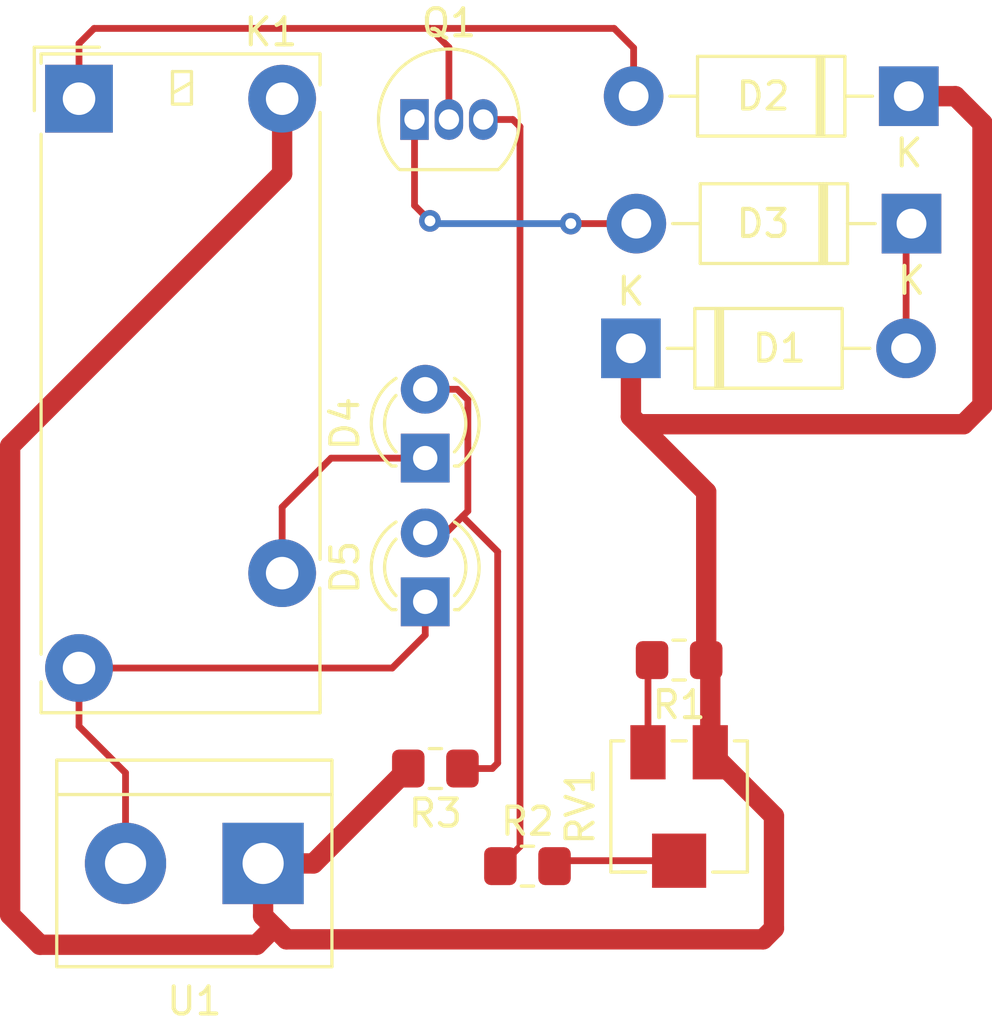
<source format=kicad_pcb>
(kicad_pcb (version 20211014) (generator pcbnew)
  (layers (0 "F.Cu" signal) (31 "B.Cu" signal) (34 "B.Paste" user) (35 "F.Paste" user) (36 "B.SilkS" user "B.Silkscreen") (37 "F.SilkS" user "F.Silkscreen") (38 "B.Mask" user) (39 "F.Mask" user) (44 "Edge.Cuts" user))
  (net 0 "")
  (net 1 "Earth")
  (net 2 "Net-(D1-Pad2)")
  (net 3 "Net-(D2-Pad2)")
  (net 4 "Net-(D3-Pad2)")
  (net 5 "Net-(D4-Pad1)")
  (net 6 "Net-(D4-Pad2)")
  (net 7 "Net-(D5-Pad1)")
  (net 8 "Net-(Q1-Pad3)")
  (net 9 "Net-(R1-Pad2)")
  (net 10 "Net-(R2-Pad2)")
  (footprint "Resistor_SMD:R_0805_2012Metric_Pad1.20x1.40mm_HandSolder" (layer "F.Cu") (at 134.3 97 180)
    (fp_text reference "R3" (at 0 -1.65) (layer "F.SilkS"))
    (fp_text value "1k")
    (fp_line (start -0.227064 -0.735) (end 0.227064 -0.735) (layer "F.SilkS") (width 0.12))
    (fp_line (start -0.227064 0.735) (end 0.227064 0.735) (layer "F.SilkS") (width 0.12))
    (pad "1" smd roundrect (at -1 0 180) (size 1.2 1.4) (layers "F.Cu" "F.Paste" "F.Mask") (roundrect_rratio 0.208333) (net 6 "Net-(D4-Pad2)"))
    (pad "2" smd roundrect (at 1 0 180) (size 1.2 1.4) (layers "F.Cu" "F.Paste" "F.Mask") (roundrect_rratio 0.208333) (net 1 "Earth"))
  )
  (footprint "Resistor_SMD:R_0805_2012Metric_Pad1.20x1.40mm_HandSolder" (layer "F.Cu") (at 143.3 93 180)
    (fp_text reference "R1" (at 0 -1.65) (layer "F.SilkS"))
    (fp_text value "10k")
    (fp_line (start -0.227064 -0.735) (end 0.227064 -0.735) (layer "F.SilkS") (width 0.12))
    (fp_line (start -0.227064 0.735) (end 0.227064 0.735) (layer "F.SilkS") (width 0.12))
    (pad "1" smd roundrect (at -1 0 180) (size 1.2 1.4) (layers "F.Cu" "F.Paste" "F.Mask") (roundrect_rratio 0.208333) (net 1 "Earth"))
    (pad "2" smd roundrect (at 1 0 180) (size 1.2 1.4) (layers "F.Cu" "F.Paste" "F.Mask") (roundrect_rratio 0.208333) (net 9 "Net-(R1-Pad2)"))
  )
  (footprint "LED_THT:LED_D3.0mm_FlatTop" (layer "F.Cu") (at 133.925 90.85 90)
    (fp_text reference "D5" (at 1.27 -2.96 90) (layer "F.SilkS"))
    (fp_text value "LED")
    (fp_line (start -0.29 1.08) (end -0.29 1.236) (layer "F.SilkS") (width 0.12))
    (fp_line (start -0.29 -1.236) (end -0.29 -1.08) (layer "F.SilkS") (width 0.12))
    (fp_arc (start 2.31113 1.079837) (mid 1.270117 1.5) (end 0.229039 1.08) (layer "F.SilkS") (width 0.12))
    (fp_arc (start 2.942335 1.078608) (mid 1.366487 1.987659) (end -0.29 1.235516) (layer "F.SilkS") (width 0.12))
    (fp_arc (start 0.229039 -1.08) (mid 1.270117 -1.5) (end 2.31113 -1.079837) (layer "F.SilkS") (width 0.12))
    (fp_arc (start -0.29 -1.235516) (mid 1.366487 -1.987659) (end 2.942335 -1.078608) (layer "F.SilkS") (width 0.12))
    (pad "1" thru_hole rect (at 0 0 90) (size 1.8 1.8) (drill 0.9) (layers *.Cu *.Mask) (net 7 "Net-(D5-Pad1)"))
    (pad "2" thru_hole circle (at 2.54 0 90) (size 1.8 1.8) (drill 0.9) (layers *.Cu *.Mask) (net 6 "Net-(D4-Pad2)"))
  )
  (footprint "LED_THT:LED_D3.0mm_FlatTop" (layer "F.Cu") (at 133.925 85.55 90)
    (fp_text reference "D4" (at 1.27 -2.96 90) (layer "F.SilkS"))
    (fp_text value "LED")
    (fp_line (start -0.29 -1.236) (end -0.29 -1.08) (layer "F.SilkS") (width 0.12))
    (fp_line (start -0.29 1.08) (end -0.29 1.236) (layer "F.SilkS") (width 0.12))
    (fp_arc (start 2.942335 1.078608) (mid 1.366487 1.987659) (end -0.29 1.235516) (layer "F.SilkS") (width 0.12))
    (fp_arc (start -0.29 -1.235516) (mid 1.366487 -1.987659) (end 2.942335 -1.078608) (layer "F.SilkS") (width 0.12))
    (fp_arc (start 2.31113 1.079837) (mid 1.270117 1.5) (end 0.229039 1.08) (layer "F.SilkS") (width 0.12))
    (fp_arc (start 0.229039 -1.08) (mid 1.270117 -1.5) (end 2.31113 -1.079837) (layer "F.SilkS") (width 0.12))
    (pad "1" thru_hole rect (at 0 0 90) (size 1.8 1.8) (drill 0.9) (layers *.Cu *.Mask) (net 5 "Net-(D4-Pad1)"))
    (pad "2" thru_hole circle (at 2.54 0 90) (size 1.8 1.8) (drill 0.9) (layers *.Cu *.Mask) (net 6 "Net-(D4-Pad2)"))
  )
  (footprint "Potentiometer_SMD:Potentiometer_Bourns_3224J_Horizontal" (layer "F.Cu") (at 143.3 98.4 90)
    (fp_text reference "RV1" (at 0 -3.65 90) (layer "F.SilkS"))
    (fp_text value "10k")
    (fp_line (start -2.42 -2.14) (end -2.42 -1.24) (layer "F.SilkS") (width 0.12))
    (fp_line (start -2.42 -2.14) (end -2.42 -2.14) (layer "F.SilkS") (width 0.12))
    (fp_line (start 2.42 -2.52) (end 2.42 -2.04) (layer "F.SilkS") (width 0.12))
    (fp_line (start -2.42 -2.14) (end -2.42 -1.24) (layer "F.SilkS") (width 0.12))
    (fp_line (start -2.42 -2.52) (end 2.42 -2.52) (layer "F.SilkS") (width 0.12))
    (fp_line (start -2.42 -2.52) (end -2.42 -1.24) (layer "F.SilkS") (width 0.12))
    (fp_line (start 2.42 2.04) (end 2.42 2.52) (layer "F.SilkS") (width 0.12))
    (fp_line (start -2.42 2.52) (end 2.42 2.52) (layer "F.SilkS") (width 0.12))
    (fp_line (start -2.42 1.24) (end -2.42 2.52) (layer "F.SilkS") (width 0.12))
    (fp_line (start 2.42 -0.26) (end 2.42 0.26) (layer "F.SilkS") (width 0.12))
    (pad "1" smd rect (at 2 -1.15 90) (size 2 1.3) (layers "F.Cu" "F.Paste" "F.Mask") (net 9 "Net-(R1-Pad2)"))
    (pad "2" smd rect (at -2 0 90) (size 2 2) (layers "F.Cu" "F.Paste" "F.Mask") (net 10 "Net-(R2-Pad2)"))
    (pad "3" smd rect (at 2 1.15 90) (size 2 1.3) (layers "F.Cu" "F.Paste" "F.Mask") (net 1 "Earth"))
  )
  (footprint "Diode_THT:D_DO-41_SOD81_P10.16mm_Horizontal" (layer "F.Cu") (at 151.78 72.2 180)
    (fp_text reference "D2" (at 5.38 0) (layer "F.SilkS"))
    (fp_text value "1N4007")
    (fp_text user "K" (at 0 -2.1) (layer "F.SilkS"))
    (fp_line (start 7.8 1.47) (end 7.8 -1.47) (layer "F.SilkS") (width 0.12))
    (fp_line (start 7.8 -1.47) (end 2.36 -1.47) (layer "F.SilkS") (width 0.12))
    (fp_line (start 3.38 -1.47) (end 3.38 1.47) (layer "F.SilkS") (width 0.12))
    (fp_line (start 2.36 -1.47) (end 2.36 1.47) (layer "F.SilkS") (width 0.12))
    (fp_line (start 3.14 -1.47) (end 3.14 1.47) (layer "F.SilkS") (width 0.12))
    (fp_line (start 8.82 0) (end 7.8 0) (layer "F.SilkS") (width 0.12))
    (fp_line (start 1.34 0) (end 2.36 0) (layer "F.SilkS") (width 0.12))
    (fp_line (start 2.36 1.47) (end 7.8 1.47) (layer "F.SilkS") (width 0.12))
    (fp_line (start 3.26 -1.47) (end 3.26 1.47) (layer "F.SilkS") (width 0.12))
    (pad "1" thru_hole rect (at 0 0 180) (size 2.2 2.2) (drill 1.1) (layers *.Cu *.Mask) (net 1 "Earth"))
    (pad "2" thru_hole oval (at 10.16 0 180) (size 2.2 2.2) (drill 1.1) (layers *.Cu *.Mask) (net 3 "Net-(D2-Pad2)"))
  )
  (footprint "TerminalBlock:TerminalBlock_bornier-2_P5.08mm" (layer "F.Cu") (at 127.94 100.5 180)
    (fp_text reference "U1" (at 2.54 -5.08) (layer "F.SilkS"))
    (fp_text value "Power_in")
    (fp_line (start 7.62 3.81) (end 7.62 -3.81) (layer "F.SilkS") (width 0.12))
    (fp_line (start -2.54 3.81) (end 7.62 3.81) (layer "F.SilkS") (width 0.12))
    (fp_line (start 7.62 2.54) (end -2.54 2.54) (layer "F.SilkS") (width 0.12))
    (fp_line (start 7.62 -3.81) (end -2.54 -3.81) (layer "F.SilkS") (width 0.12))
    (fp_line (start -2.54 -3.81) (end -2.54 3.81) (layer "F.SilkS") (width 0.12))
    (pad "1" thru_hole rect (at 0 0 180) (size 3 3) (drill 1.52) (layers *.Cu *.Mask) (net 1 "Earth"))
    (pad "2" thru_hole circle (at 5.08 0 180) (size 3 3) (drill 1.52) (layers *.Cu *.Mask) (net 7 "Net-(D5-Pad1)"))
  )
  (footprint "Resistor_SMD:R_0805_2012Metric_Pad1.20x1.40mm_HandSolder" (layer "F.Cu") (at 137.7 100.6)
    (fp_text reference "R2" (at 0 -1.65) (layer "F.SilkS"))
    (fp_text value "100")
    (fp_line (start -0.227064 -0.735) (end 0.227064 -0.735) (layer "F.SilkS") (width 0.12))
    (fp_line (start -0.227064 0.735) (end 0.227064 0.735) (layer "F.SilkS") (width 0.12))
    (pad "1" smd roundrect (at -1 0) (size 1.2 1.4) (layers "F.Cu" "F.Paste" "F.Mask") (roundrect_rratio 0.208333) (net 8 "Net-(Q1-Pad3)"))
    (pad "2" smd roundrect (at 1 0) (size 1.2 1.4) (layers "F.Cu" "F.Paste" "F.Mask") (roundrect_rratio 0.208333) (net 10 "Net-(R2-Pad2)"))
  )
  (footprint "Package_TO_SOT_THT:TO-92_Inline" (layer "F.Cu") (at 133.53 73.06)
    (fp_text reference "Q1" (at 1.27 -3.56) (layer "F.SilkS"))
    (fp_text value "2SC1815")
    (fp_line (start -0.53 1.85) (end 3.07 1.85) (layer "F.SilkS") (width 0.12))
    (fp_arc (start -0.568478 1.838478) (mid -1.132087 -0.994977) (end 1.27 -2.6) (layer "F.SilkS") (width 0.12))
    (fp_arc (start 1.27 -2.6) (mid 3.672087 -0.994977) (end 3.108478 1.838478) (layer "F.SilkS") (width 0.12))
    (pad "1" thru_hole rect (at 0 0) (size 1.05 1.5) (drill 0.75) (layers *.Cu *.Mask) (net 4 "Net-(D3-Pad2)"))
    (pad "2" thru_hole oval (at 1.27 0) (size 1.05 1.5) (drill 0.75) (layers *.Cu *.Mask) (net 3 "Net-(D2-Pad2)"))
    (pad "3" thru_hole oval (at 2.54 0) (size 1.05 1.5) (drill 0.75) (layers *.Cu *.Mask) (net 8 "Net-(Q1-Pad3)"))
  )
  (footprint "Diode_THT:D_DO-41_SOD81_P10.16mm_Horizontal" (layer "F.Cu") (at 141.52 81.5)
    (fp_text reference "D1" (at 5.48 0) (layer "F.SilkS"))
    (fp_text value "1N4007")
    (fp_text user "K" (at 0 -2.1) (layer "F.SilkS"))
    (fp_line (start 3.14 -1.47) (end 3.14 1.47) (layer "F.SilkS") (width 0.12))
    (fp_line (start 2.36 1.47) (end 7.8 1.47) (layer "F.SilkS") (width 0.12))
    (fp_line (start 8.82 0) (end 7.8 0) (layer "F.SilkS") (width 0.12))
    (fp_line (start 2.36 -1.47) (end 2.36 1.47) (layer "F.SilkS") (width 0.12))
    (fp_line (start 1.34 0) (end 2.36 0) (layer "F.SilkS") (width 0.12))
    (fp_line (start 3.38 -1.47) (end 3.38 1.47) (layer "F.SilkS") (width 0.12))
    (fp_line (start 7.8 1.47) (end 7.8 -1.47) (layer "F.SilkS") (width 0.12))
    (fp_line (start 7.8 -1.47) (end 2.36 -1.47) (layer "F.SilkS") (width 0.12))
    (fp_line (start 3.26 -1.47) (end 3.26 1.47) (layer "F.SilkS") (width 0.12))
    (pad "1" thru_hole rect (at 0 0) (size 2.2 2.2) (drill 1.1) (layers *.Cu *.Mask) (net 1 "Earth"))
    (pad "2" thru_hole oval (at 10.16 0) (size 2.2 2.2) (drill 1.1) (layers *.Cu *.Mask) (net 2 "Net-(D1-Pad2)"))
  )
  (footprint "Diode_THT:D_DO-41_SOD81_P10.16mm_Horizontal" (layer "F.Cu") (at 151.88 76.9 180)
    (fp_text reference "D3" (at 5.48 0) (layer "F.SilkS"))
    (fp_text value "1N4007")
    (fp_text user "K" (at 0 -2.1) (layer "F.SilkS"))
    (fp_line (start 7.8 1.47) (end 7.8 -1.47) (layer "F.SilkS") (width 0.12))
    (fp_line (start 2.36 -1.47) (end 2.36 1.47) (layer "F.SilkS") (width 0.12))
    (fp_line (start 3.38 -1.47) (end 3.38 1.47) (layer "F.SilkS") (width 0.12))
    (fp_line (start 7.8 -1.47) (end 2.36 -1.47) (layer "F.SilkS") (width 0.12))
    (fp_line (start 3.14 -1.47) (end 3.14 1.47) (layer "F.SilkS") (width 0.12))
    (fp_line (start 8.82 0) (end 7.8 0) (layer "F.SilkS") (width 0.12))
    (fp_line (start 1.34 0) (end 2.36 0) (layer "F.SilkS") (width 0.12))
    (fp_line (start 3.26 -1.47) (end 3.26 1.47) (layer "F.SilkS") (width 0.12))
    (fp_line (start 2.36 1.47) (end 7.8 1.47) (layer "F.SilkS") (width 0.12))
    (pad "1" thru_hole rect (at 0 0 180) (size 2.2 2.2) (drill 1.1) (layers *.Cu *.Mask) (net 2 "Net-(D1-Pad2)"))
    (pad "2" thru_hole oval (at 10.16 0 180) (size 2.2 2.2) (drill 1.1) (layers *.Cu *.Mask) (net 4 "Net-(D3-Pad2)"))
  )
  (footprint "Relay_THT:Relay_1P1T_NO_10x24x18.8mm_Panasonic_ADW11xxxxW_THT" (layer "F.Cu") (at 121.1425 72.2925)
    (fp_text reference "K1" (at 7.08 -2.46 180) (layer "F.SilkS"))
    (fp_text value "ADW11")
    (fp_line (start -1.65 -1.9) (end 0.75 -1.9) (layer "F.SilkS") (width 0.12))
    (fp_line (start 3.45 -0.2) (end 4.15 -0.6) (layer "F.SilkS") (width 0.12))
    (fp_line (start 8.89 18.05) (end 8.9 22.65) (layer "F.SilkS") (width 0.12))
    (fp_line (start -1.4 1.31) (end -1.4 20.49) (layer "F.SilkS") (width 0.12))
    (fp_line (start 4.15 0.2) (end 4.15 -1) (layer "F.SilkS") (width 0.12))
    (fp_line (start -1.4 -1.65) (end -1.4 -1.31) (layer "F.SilkS") (width 0.12))
    (fp_line (start 8.9 22.65) (end -1.4 22.65) (layer "F.SilkS") (width 0.12))
    (fp_line (start -1.4 22.65) (end -1.4 21.51) (layer "F.SilkS") (width 0.12))
    (fp_line (start -1.65 0.44) (end -1.65 -1.9) (layer "F.SilkS") (width 0.12))
    (fp_line (start 8.9 0.51) (end 8.9 16.99) (layer "F.SilkS") (width 0.12))
    (fp_line (start 8.9 -1.65) (end 8.9 -0.51) (layer "F.SilkS") (width 0.12))
    (fp_line (start 8.9 -1.65) (end -1.4 -1.65) (layer "F.SilkS") (width 0.12))
    (fp_line (start 3.45 -1) (end 3.45 0.2) (layer "F.SilkS") (width 0.12))
    (fp_line (start 4.15 -1) (end 3.45 -1) (layer "F.SilkS") (width 0.12))
    (fp_line (start 3.45 0.2) (end 4.15 0.2) (layer "F.SilkS") (width 0.12))
    (pad "1" thru_hole rect (at 0 0) (size 2.5 2.5) (drill 1.2) (layers *.Cu *.Mask) (net 3 "Net-(D2-Pad2)"))
    (pad "3" thru_hole oval (at 0 21) (size 2.5 2.5) (drill 1.2) (layers *.Cu *.Mask) (net 7 "Net-(D5-Pad1)"))
    (pad "5" thru_hole oval (at 7.5 17.5) (size 2.5 2.5) (drill 1.2) (layers *.Cu *.Mask) (net 5 "Net-(D4-Pad1)"))
    (pad "6" thru_hole oval (at 7.5 0) (size 2.5 2.5) (drill 1.2) (layers *.Cu *.Mask) (net 1 "Earth"))
  )
  (segment (start 153.5 72.2) (end 154.5 73.2) (width 0.75) (layer "F.Cu") (net 1))
  (segment (start 128.6425 72.2925) (end 128.6425 75.0575) (width 0.75) (layer "F.Cu") (net 1))
  (segment (start 146.8 102.9) (end 146.8 98.75) (width 0.75) (layer "F.Cu") (net 1))
  (segment (start 118.6 85.1) (end 118.6 102.4) (width 0.75) (layer "F.Cu") (net 1))
  (segment (start 146.8 98.75) (end 144.45 96.4) (width 0.75) (layer "F.Cu") (net 1))
  (segment (start 127.94 102.44) (end 128.35 102.85) (width 0.75) (layer "F.Cu") (net 1))
  (segment (start 118.6 102.4) (end 119.7 103.5) (width 0.75) (layer "F.Cu") (net 1))
  (segment (start 144.45 93.15) (end 144.3 93) (width 0.75) (layer "F.Cu") (net 1))
  (segment (start 146.4 103.3) (end 146.8 102.9) (width 0.75) (layer "F.Cu") (net 1))
  (segment (start 127.7 103.5) (end 128.35 102.85) (width 0.75) (layer "F.Cu") (net 1))
  (segment (start 141.8 84.3) (end 141.52 84.02) (width 0.75) (layer "F.Cu") (net 1))
  (segment (start 127.94 100.5) (end 127.94 102.44) (width 0.75) (layer "F.Cu") (net 1))
  (segment (start 128.6425 75.0575) (end 118.6 85.1) (width 0.75) (layer "F.Cu") (net 1))
  (segment (start 154.5 83.6) (end 153.8 84.3) (width 0.75) (layer "F.Cu") (net 1))
  (segment (start 154.5 73.2) (end 154.5 83.6) (width 0.75) (layer "F.Cu") (net 1))
  (segment (start 129.8 100.5) (end 133.3 97) (width 0.75) (layer "F.Cu") (net 1))
  (segment (start 119.7 103.5) (end 127.7 103.5) (width 0.75) (layer "F.Cu") (net 1))
  (segment (start 153.8 84.3) (end 141.8 84.3) (width 0.75) (layer "F.Cu") (net 1))
  (segment (start 141.52 84.02) (end 141.52 81.5) (width 0.75) (layer "F.Cu") (net 1))
  (segment (start 144.3 93) (end 144.3 86.8) (width 0.75) (layer "F.Cu") (net 1))
  (segment (start 128.35 102.85) (end 128.8 103.3) (width 0.75) (layer "F.Cu") (net 1))
  (segment (start 127.94 100.5) (end 129.8 100.5) (width 0.75) (layer "F.Cu") (net 1))
  (segment (start 151.78 72.2) (end 153.5 72.2) (width 0.75) (layer "F.Cu") (net 1))
  (segment (start 144.45 96.4) (end 144.45 93.15) (width 0.75) (layer "F.Cu") (net 1))
  (segment (start 128.8 103.3) (end 146.4 103.3) (width 0.75) (layer "F.Cu") (net 1))
  (segment (start 144.3 86.8) (end 141.52 84.02) (width 0.75) (layer "F.Cu") (net 1))
  (segment (start 151.68 81.5) (end 151.68 77.1) (width 0.25) (layer "F.Cu") (net 2))
  (segment (start 151.68 77.1) (end 151.88 76.9) (width 0.25) (layer "F.Cu") (net 2))
  (segment (start 121.7 69.7) (end 134.1 69.7) (width 0.25) (layer "F.Cu") (net 3))
  (segment (start 141.62 72.2) (end 141.62 70.42) (width 0.25) (layer "F.Cu") (net 3))
  (segment (start 121.1425 70.2575) (end 121.7 69.7) (width 0.25) (layer "F.Cu") (net 3))
  (segment (start 140.9 69.7) (end 134.1 69.7) (width 0.25) (layer "F.Cu") (net 3))
  (segment (start 141.62 70.42) (end 140.9 69.7) (width 0.25) (layer "F.Cu") (net 3))
  (segment (start 134.1 69.7) (end 134.8 70.4) (width 0.25) (layer "F.Cu") (net 3))
  (segment (start 121.1425 72.2925) (end 121.1425 70.2575) (width 0.25) (layer "F.Cu") (net 3))
  (segment (start 134.8 70.4) (end 134.8 73.06) (width 0.25) (layer "F.Cu") (net 3))
  (segment (start 133.53 76.23) (end 133.53 73.06) (width 0.25) (layer "F.Cu") (net 4))
  (segment (start 141.72 76.9) (end 139.3 76.9) (width 0.25) (layer "F.Cu") (net 4))
  (segment (start 134.1 76.8) (end 133.53 76.23) (width 0.25) (layer "F.Cu") (net 4))
  (via (at 134.1 76.8) (size 0.8) (drill 0.4) (layers "F.Cu" "B.Cu") (net 4))
  (via (at 139.3 76.9) (size 0.8) (drill 0.4) (layers "F.Cu" "B.Cu") (net 4))
  (segment (start 139.3 76.9) (end 134.2 76.9) (width 0.25) (layer "B.Cu") (net 4))
  (segment (start 134.2 76.9) (end 134.1 76.8) (width 0.25) (layer "B.Cu") (net 4))
  (segment (start 128.6425 87.3575) (end 130.45 85.55) (width 0.25) (layer "F.Cu") (net 5))
  (segment (start 128.6425 89.7925) (end 128.6425 87.3575) (width 0.25) (layer "F.Cu") (net 5))
  (segment (start 130.45 85.55) (end 133.925 85.55) (width 0.25) (layer "F.Cu") (net 5))
  (segment (start 135.5 87.5) (end 135.5 83.4) (width 0.25) (layer "F.Cu") (net 6))
  (segment (start 135.3 87.7) (end 135.5 87.5) (width 0.25) (layer "F.Cu") (net 6))
  (segment (start 136.6 89) (end 135.3 87.7) (width 0.25) (layer "F.Cu") (net 6))
  (segment (start 135.5 83.4) (end 135.11 83.01) (width 0.25) (layer "F.Cu") (net 6))
  (segment (start 134.69 88.31) (end 135.3 87.7) (width 0.25) (layer "F.Cu") (net 6))
  (segment (start 133.925 88.31) (end 134.69 88.31) (width 0.25) (layer "F.Cu") (net 6))
  (segment (start 135.3 97) (end 136.4 97) (width 0.25) (layer "F.Cu") (net 6))
  (segment (start 135.11 83.01) (end 133.925 83.01) (width 0.25) (layer "F.Cu") (net 6))
  (segment (start 136.6 96.8) (end 136.6 89) (width 0.25) (layer "F.Cu") (net 6))
  (segment (start 136.4 97) (end 136.6 96.8) (width 0.25) (layer "F.Cu") (net 6))
  (segment (start 133.925 92.075) (end 133.925 90.85) (width 0.25) (layer "F.Cu") (net 7))
  (segment (start 122.86 97.16) (end 121.1425 95.4425) (width 0.25) (layer "F.Cu") (net 7))
  (segment (start 121.1425 95.4425) (end 121.1425 93.2925) (width 0.25) (layer "F.Cu") (net 7))
  (segment (start 122.86 100.5) (end 122.86 97.16) (width 0.25) (layer "F.Cu") (net 7))
  (segment (start 121.1425 93.2925) (end 132.7075 93.2925) (width 0.25) (layer "F.Cu") (net 7))
  (segment (start 132.7075 93.2925) (end 133.925 92.075) (width 0.25) (layer "F.Cu") (net 7))
  (segment (start 136.7 100.6) (end 137.42452 99.87548) (width 0.25) (layer "F.Cu") (net 8))
  (segment (start 137.42452 99.87548) (end 137.42452 73.32452) (width 0.25) (layer "F.Cu") (net 8))
  (segment (start 137.42452 73.32452) (end 137.16 73.06) (width 0.25) (layer "F.Cu") (net 8))
  (segment (start 137.16 73.06) (end 136.07 73.06) (width 0.25) (layer "F.Cu") (net 8))
  (segment (start 142.15 93.15) (end 142.3 93) (width 0.25) (layer "F.Cu") (net 9))
  (segment (start 142.15 96.4) (end 142.15 93.15) (width 0.25) (layer "F.Cu") (net 9))
  (segment (start 138.7 100.6) (end 138.9 100.4) (width 0.25) (layer "F.Cu") (net 10))
  (segment (start 138.9 100.4) (end 143.3 100.4) (width 0.25) (layer "F.Cu") (net 10))
)
</source>
